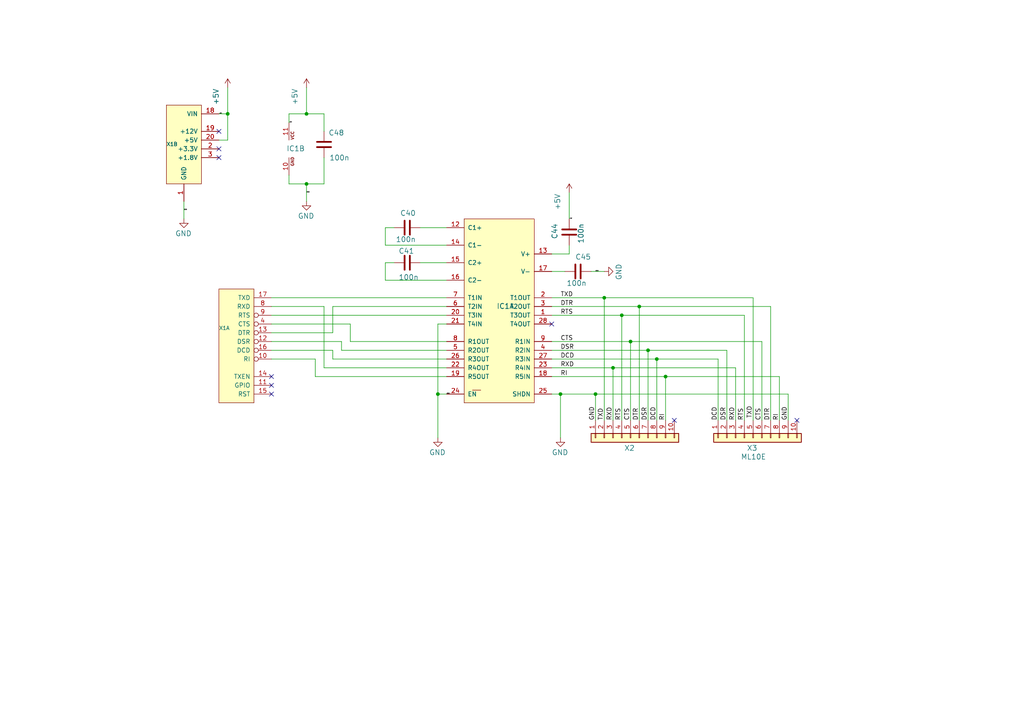
<source format=kicad_sch>
(kicad_sch (version 20250114) (generator "eeschema") (generator_version "9.0")
  (paper "A4")
  (title_block (date "2023-06-26"))
  (lib_symbols
    (symbol "AllSerial:AllSerial_Connector" (pin_names (offset 1.016))
      (property "Reference" "X" (at -5.08 19.05 0))
      (symbol "AllSerial_Connector_1_0"
        (pin output line (at 10.16 15.24 180) (length 5.08) (name "TXD") (number "17"))
        (pin input line (at 10.16 12.7 180) (length 5.08) (name "RXD") (number "8"))
        (pin output inverted (at 10.16 10.16 180) (length 5.08) (name "RTS") (number "9"))
        (pin input inverted (at 10.16 7.62 180) (length 5.08) (name "CTS") (number "4"))
        (pin output inverted (at 10.16 5.08 180) (length 5.08) (name "DTR") (number "13"))
        (pin input inverted (at 10.16 2.54 180) (length 5.08) (name "DSR") (number "12"))
        (pin input inverted (at 10.16 0 180) (length 5.08) (name "DCD") (number "16"))
        (pin input inverted (at 10.16 -2.54 180) (length 5.08) (name "RI") (number "10"))
        (pin output line (at 10.16 -7.62 180) (length 5.08) (name "TXEN") (number "14"))
        (pin bidirectional line (at 10.16 -10.16 180) (length 5.08) (name "GPIO") (number "11"))
        (pin bidirectional line (at 10.16 -12.7 180) (length 5.08) (name "RST") (number "15"))
      )
      (symbol "AllSerial_Connector_1_1"
        (rectangle (start -5.08 17.78) (end 5.08 -15.24) (fill (type background)))
      )
      (symbol "AllSerial_Connector_2_0"
        (pin bidirectional line (at 0 -10.16 90) (length 5.08) (name "GND") (number "1"))
        (pin bidirectional line (at 10.16 15.24 180) (length 5.08) (name "VIN") (number "18"))
        (pin bidirectional line (at 10.16 10.16 180) (length 5.08) (name "+12V") (number "19"))
        (pin bidirectional line (at 10.16 7.62 180) (length 5.08) (name "+5V") (number "20"))
        (pin bidirectional line (at 10.16 5.08 180) (length 5.08) (name "+3.3V") (number "2"))
        (pin bidirectional line (at 10.16 2.54 180) (length 5.08) (name "+1.8V") (number "3"))
      )
      (symbol "AllSerial_Connector_2_1"
        (rectangle (start -5.08 17.78) (end 5.08 -5.08) (fill (type background)))
      )
      (symbol "AllSerial_Connector_3_0"
        (pin bidirectional line (at 10.16 15.24 180) (length 5.08) (name "VUSB") (number "7"))
        (pin bidirectional line (at 10.16 12.7 180) (length 5.08) (name "D+") (number "6"))
        (pin bidirectional line (at 10.16 10.16 180) (length 5.08) (name "D-") (number "5"))
      )
      (symbol "AllSerial_Connector_3_1"
        (rectangle (start -5.08 17.78) (end 5.08 7.62) (fill (type background)))
      )
    )
    (symbol "AllSerial:MAX211ECWISSOP" (pin_names (offset 1.016))
      (property "Reference" "IC" (at -0.762 -0.762 0))
      (symbol "MAX211ECWISSOP_1_0"
        (polyline (pts (xy -10.16 25.4) (xy -10.16 -27.94)))
        (polyline (pts (xy -10.16 25.4) (xy 10.16 25.4)))
        (polyline (pts (xy -7.747 -24.257) (xy -5.334 -24.257)))
        (polyline (pts (xy 10.16 -27.94) (xy -10.16 -27.94)))
        (polyline (pts (xy 10.16 -27.94) (xy 10.16 25.4)))
        (pin passive line (at -15.24 22.86 0) (length 5.08) (name "C1+") (number "12"))
        (pin passive line (at -15.24 17.78 0) (length 5.08) (name "C1-") (number "14"))
        (pin passive line (at -15.24 12.7 0) (length 5.08) (name "C2+") (number "15"))
        (pin passive line (at -15.24 7.62 0) (length 5.08) (name "C2-") (number "16"))
        (pin input line (at -15.24 2.54 0) (length 5.08) (name "T1IN") (number "7"))
        (pin input line (at -15.24 0 0) (length 5.08) (name "T2IN") (number "6"))
        (pin input line (at -15.24 -2.54 0) (length 5.08) (name "T3IN") (number "20"))
        (pin input line (at -15.24 -5.08 0) (length 5.08) (name "T4IN") (number "21"))
        (pin output line (at -15.24 -10.16 0) (length 5.08) (name "R1OUT") (number "8"))
        (pin output line (at -15.24 -12.7 0) (length 5.08) (name "R2OUT") (number "5"))
        (pin output line (at -15.24 -15.24 0) (length 5.08) (name "R3OUT") (number "26"))
        (pin output line (at -15.24 -17.78 0) (length 5.08) (name "R4OUT") (number "22"))
        (pin output line (at -15.24 -20.32 0) (length 5.08) (name "R5OUT") (number "19"))
        (pin input line (at -15.24 -25.4 0) (length 5.08) (name "EN") (number "24"))
        (pin passive line (at 15.24 15.24 180) (length 5.08) (name "V+") (number "13"))
        (pin passive line (at 15.24 10.16 180) (length 5.08) (name "V-") (number "17"))
        (pin output line (at 15.24 2.54 180) (length 5.08) (name "T1OUT") (number "2"))
        (pin output line (at 15.24 0 180) (length 5.08) (name "T2OUT") (number "3"))
        (pin output line (at 15.24 -2.54 180) (length 5.08) (name "T3OUT") (number "1"))
        (pin output line (at 15.24 -5.08 180) (length 5.08) (name "T4OUT") (number "28"))
        (pin input line (at 15.24 -10.16 180) (length 5.08) (name "R1IN") (number "9"))
        (pin input line (at 15.24 -12.7 180) (length 5.08) (name "R2IN") (number "4"))
        (pin input line (at 15.24 -15.24 180) (length 5.08) (name "R3IN") (number "27"))
        (pin input line (at 15.24 -17.78 180) (length 5.08) (name "R4IN") (number "23"))
        (pin input line (at 15.24 -20.32 180) (length 5.08) (name "R5IN") (number "18"))
        (pin input line (at 15.24 -25.4 180) (length 5.08) (name "SHDN") (number "25"))
      )
      (symbol "MAX211ECWISSOP_2_0"
        (text "VCC" (at 1.524 2.54 900) (effects (font (size 0.8636 0.8636)) (justify left bottom)))
        (text "GND" (at 1.524 -5.08 900) (effects (font (size 0.8636 0.8636)) (justify left bottom)))
        (pin power_in line (at 0 7.62 270) (length 5.08) (name "VCC") (number "11"))
        (pin power_in line (at 0 -7.62 90) (length 5.08) (name "GND") (number "10"))
      )
    )
    (symbol "Connector_Generic:Conn_01x10" (pin_names (offset 1.016) (hide yes))
      (property "Reference" "J" (at 0 12.7 0))
      (property "Value" "Conn_01x10" (at 0 -15.24 0))
      (symbol "Conn_01x10_1_1"
        (rectangle (start -1.27 11.43) (end 1.27 -13.97) (stroke (width 0.254)) (fill (type background)))
        (rectangle (start -1.27 10.287) (end 0 10.033) (stroke (width 0.1524)))
        (rectangle (start -1.27 7.747) (end 0 7.493) (stroke (width 0.1524)))
        (rectangle (start -1.27 5.207) (end 0 4.953) (stroke (width 0.1524)))
        (rectangle (start -1.27 2.667) (end 0 2.413) (stroke (width 0.1524)))
        (rectangle (start -1.27 0.127) (end 0 -0.127) (stroke (width 0.1524)))
        (rectangle (start -1.27 -2.413) (end 0 -2.667) (stroke (width 0.1524)))
        (rectangle (start -1.27 -4.953) (end 0 -5.207) (stroke (width 0.1524)))
        (rectangle (start -1.27 -7.493) (end 0 -7.747) (stroke (width 0.1524)))
        (rectangle (start -1.27 -10.033) (end 0 -10.287) (stroke (width 0.1524)))
        (rectangle (start -1.27 -12.573) (end 0 -12.827) (stroke (width 0.1524)))
        (pin passive line (at -5.08 10.16 0) (length 3.81) (name "Pin_1") (number "1"))
        (pin passive line (at -5.08 7.62 0) (length 3.81) (name "Pin_2") (number "2"))
        (pin passive line (at -5.08 5.08 0) (length 3.81) (name "Pin_3") (number "3"))
        (pin passive line (at -5.08 2.54 0) (length 3.81) (name "Pin_4") (number "4"))
        (pin passive line (at -5.08 0 0) (length 3.81) (name "Pin_5") (number "5"))
        (pin passive line (at -5.08 -2.54 0) (length 3.81) (name "Pin_6") (number "6"))
        (pin passive line (at -5.08 -5.08 0) (length 3.81) (name "Pin_7") (number "7"))
        (pin passive line (at -5.08 -7.62 0) (length 3.81) (name "Pin_8") (number "8"))
        (pin passive line (at -5.08 -10.16 0) (length 3.81) (name "Pin_9") (number "9"))
        (pin passive line (at -5.08 -12.7 0) (length 3.81) (name "Pin_10") (number "10"))
      )
    )
    (symbol "Device:C" (pin_numbers (hide yes)) (pin_names (offset 0.254))
      (property "Reference" "C" (at 0.635 2.54 0))
      (property "Value" "C" (at 0.635 -2.54 0))
      (symbol "C_0_1"
        (polyline (pts (xy -2.032 0.762) (xy 2.032 0.762)) (stroke (width 0.508)))
        (polyline (pts (xy -2.032 -0.762) (xy 2.032 -0.762)) (stroke (width 0.508)))
      )
      (symbol "C_1_1"
        (pin passive line (at 0 3.81 270) (length 2.794) (name "~") (number "1"))
        (pin passive line (at 0 -3.81 90) (length 2.794) (name "~") (number "2"))
      )
    )
    (symbol "MAX211ECWISSOP_1" (pin_names (offset 1.016))
      (property "Reference" "IC" (at -0.762 -0.762 0))
      (symbol "MAX211ECWISSOP_1_0_1"
        (rectangle (start -10.16 25.4) (end 10.16 -27.94) (fill (type background)))
      )
      (symbol "MAX211ECWISSOP_1_1_0"
        (polyline (pts (xy -7.747 -24.257) (xy -5.334 -24.257)))
        (pin passive line (at -15.24 22.86 0) (length 5.08) (name "C1+") (number "12"))
        (pin passive line (at -15.24 17.78 0) (length 5.08) (name "C1-") (number "14"))
        (pin passive line (at -15.24 12.7 0) (length 5.08) (name "C2+") (number "15"))
        (pin passive line (at -15.24 7.62 0) (length 5.08) (name "C2-") (number "16"))
        (pin input line (at -15.24 2.54 0) (length 5.08) (name "T1IN") (number "7"))
        (pin input line (at -15.24 0 0) (length 5.08) (name "T2IN") (number "6"))
        (pin input line (at -15.24 -2.54 0) (length 5.08) (name "T3IN") (number "20"))
        (pin input line (at -15.24 -5.08 0) (length 5.08) (name "T4IN") (number "21"))
        (pin output line (at -15.24 -10.16 0) (length 5.08) (name "R1OUT") (number "8"))
        (pin output line (at -15.24 -12.7 0) (length 5.08) (name "R2OUT") (number "5"))
        (pin output line (at -15.24 -15.24 0) (length 5.08) (name "R3OUT") (number "26"))
        (pin output line (at -15.24 -17.78 0) (length 5.08) (name "R4OUT") (number "22"))
        (pin output line (at -15.24 -20.32 0) (length 5.08) (name "R5OUT") (number "19"))
        (pin input line (at -15.24 -25.4 0) (length 5.08) (name "EN") (number "24"))
        (pin passive line (at 15.24 15.24 180) (length 5.08) (name "V+") (number "13"))
        (pin passive line (at 15.24 10.16 180) (length 5.08) (name "V-") (number "17"))
        (pin output line (at 15.24 2.54 180) (length 5.08) (name "T1OUT") (number "2"))
        (pin output line (at 15.24 0 180) (length 5.08) (name "T2OUT") (number "3"))
        (pin output line (at 15.24 -2.54 180) (length 5.08) (name "T3OUT") (number "1"))
        (pin output line (at 15.24 -5.08 180) (length 5.08) (name "T4OUT") (number "28"))
        (pin input line (at 15.24 -10.16 180) (length 5.08) (name "R1IN") (number "9"))
        (pin input line (at 15.24 -12.7 180) (length 5.08) (name "R2IN") (number "4"))
        (pin input line (at 15.24 -15.24 180) (length 5.08) (name "R3IN") (number "27"))
        (pin input line (at 15.24 -17.78 180) (length 5.08) (name "R4IN") (number "23"))
        (pin input line (at 15.24 -20.32 180) (length 5.08) (name "R5IN") (number "18"))
        (pin input line (at 15.24 -25.4 180) (length 5.08) (name "SHDN") (number "25"))
      )
      (symbol "MAX211ECWISSOP_1_2_0"
        (text "VCC" (at 1.524 2.54 900) (effects (font (size 0.8636 0.8636)) (justify left bottom)))
        (text "GND" (at 1.524 -5.08 900) (effects (font (size 0.8636 0.8636)) (justify left bottom)))
        (pin power_in line (at 0 7.62 270) (length 5.08) (name "VCC") (number "11"))
        (pin power_in line (at 0 -7.62 90) (length 5.08) (name "GND") (number "10"))
      )
    )
    (symbol "power:+5V" (power) (pin_names (offset 0))
      (property "Value" "+5V" (at 0 3.556 0))
      (symbol "+5V_0_1"
        (polyline (pts (xy -0.762 1.27) (xy 0 2.54)))
        (polyline (pts (xy 0 2.54) (xy 0.762 1.27)))
        (polyline (pts (xy 0 0) (xy 0 2.54)))
      )
      (symbol "+5V_1_1"
        (pin power_in line (at 0 0 90) (length 0) (hide yes) (name "+5V") (number "1"))
      )
    )
    (symbol "power:GND" (power) (pin_names (offset 0))
      (property "Value" "GND" (at 0 -3.81 0))
      (symbol "GND_0_1"
        (polyline (pts (xy 0 0) (xy 0 -1.27) (xy 1.27 -1.27) (xy 0 -2.54) (xy -1.27 -1.27) (xy 0 -1.27)))
      )
      (symbol "GND_1_1"
        (pin power_in line (at 0 0 270) (length 0) (hide yes) (name "GND") (number "1"))
      )
    )
  )
  (junction (at 88.9 33.02))
  (junction (at 172.72 114.3))
  (junction (at 187.96 101.6))
  (junction (at 190.5 104.14))
  (junction (at 66.04 33.02))
  (junction (at 175.26 86.36))
  (junction (at 177.8 106.68))
  (junction (at 88.9 53.34))
  (junction (at 127 114.3))
  (junction (at 193.04 109.22))
  (junction (at 180.34 91.44))
  (junction (at 185.42 88.9))
  (junction (at 182.88 99.06))
  (junction (at 162.56 114.3))
  (no_connect (at 78.74 114.3))
  (no_connect (at 78.74 109.22))
  (no_connect (at 63.5 38.1))
  (no_connect (at 160.02 93.98))
  (no_connect (at 78.74 111.76))
  (no_connect (at 63.5 43.18))
  (no_connect (at 195.58 121.92))
  (no_connect (at 63.5 45.72))
  (no_connect (at 231.14 121.92))
  (wire (pts (xy 220.98 121.92) (xy 220.98 99.06)))
  (wire (pts (xy 182.88 99.06) (xy 160.02 99.06)))
  (wire (pts (xy 228.6 121.92) (xy 228.6 114.3)))
  (wire (pts (xy 129.54 76.2) (xy 121.92 76.2)))
  (wire (pts (xy 83.82 35.56) (xy 83.82 33.02)))
  (wire (pts (xy 180.34 121.92) (xy 180.34 91.44)))
  (wire (pts (xy 175.26 86.36) (xy 160.02 86.36)))
  (wire (pts (xy 160.02 73.66) (xy 165.1 73.66)))
  (wire (pts (xy 101.6 93.98) (xy 101.6 99.06)))
  (wire (pts (xy 78.74 99.06) (xy 99.06 99.06)))
  (wire (pts (xy 193.04 109.22) (xy 160.02 109.22)))
  (wire (pts (xy 127 93.98) (xy 127 114.3)))
  (wire (pts (xy 228.6 114.3) (xy 172.72 114.3)))
  (wire (pts (xy 111.76 66.04) (xy 114.3 66.04)))
  (wire (pts (xy 193.04 121.92) (xy 193.04 109.22)))
  (wire (pts (xy 218.44 86.36) (xy 175.26 86.36)))
  (wire (pts (xy 129.54 109.22) (xy 91.44 109.22)))
  (wire (pts (xy 88.9 53.34) (xy 93.98 53.34)))
  (wire (pts (xy 101.6 99.06) (xy 129.54 99.06)))
  (wire (pts (xy 93.98 38.1) (xy 93.98 33.02)))
  (wire (pts (xy 53.34 58.42) (xy 53.34 63.5)))
  (wire (pts (xy 208.28 121.92) (xy 208.28 104.14)))
  (wire (pts (xy 172.72 121.92) (xy 172.72 114.3)))
  (wire (pts (xy 93.98 53.34) (xy 93.98 45.72)))
  (wire (pts (xy 99.06 101.6) (xy 129.54 101.6)))
  (wire (pts (xy 177.8 121.92) (xy 177.8 106.68)))
  (wire (pts (xy 182.88 121.92) (xy 182.88 99.06)))
  (wire (pts (xy 129.54 71.12) (xy 111.76 71.12)))
  (wire (pts (xy 187.96 101.6) (xy 160.02 101.6)))
  (wire (pts (xy 63.5 40.64) (xy 66.04 40.64)))
  (wire (pts (xy 129.54 114.3) (xy 127 114.3)))
  (wire (pts (xy 129.54 66.04) (xy 121.92 66.04)))
  (wire (pts (xy 210.82 121.92) (xy 210.82 101.6)))
  (wire (pts (xy 226.06 121.92) (xy 226.06 109.22)))
  (wire (pts (xy 111.76 76.2) (xy 114.3 76.2)))
  (wire (pts (xy 111.76 76.2) (xy 111.76 81.28)))
  (wire (pts (xy 177.8 106.68) (xy 160.02 106.68)))
  (wire (pts (xy 111.76 71.12) (xy 111.76 66.04)))
  (wire (pts (xy 208.28 104.14) (xy 190.5 104.14)))
  (wire (pts (xy 175.26 121.92) (xy 175.26 86.36)))
  (wire (pts (xy 83.82 53.34) (xy 83.82 50.8)))
  (wire (pts (xy 213.36 106.68) (xy 177.8 106.68)))
  (wire (pts (xy 99.06 99.06) (xy 99.06 101.6)))
  (wire (pts (xy 78.74 93.98) (xy 101.6 93.98)))
  (wire (pts (xy 218.44 121.92) (xy 218.44 86.36)))
  (wire (pts (xy 88.9 53.34) (xy 83.82 53.34)))
  (wire (pts (xy 78.74 86.36) (xy 129.54 86.36)))
  (wire (pts (xy 187.96 121.92) (xy 187.96 101.6)))
  (wire (pts (xy 63.5 33.02) (xy 66.04 33.02)))
  (wire (pts (xy 93.98 106.68) (xy 93.98 88.9)))
  (wire (pts (xy 160.02 78.74) (xy 163.83 78.74)))
  (wire (pts (xy 210.82 101.6) (xy 187.96 101.6)))
  (wire (pts (xy 96.52 96.52) (xy 96.52 88.9)))
  (wire (pts (xy 190.5 104.14) (xy 160.02 104.14)))
  (wire (pts (xy 66.04 40.64) (xy 66.04 33.02)))
  (wire (pts (xy 129.54 106.68) (xy 93.98 106.68)))
  (wire (pts (xy 220.98 99.06) (xy 182.88 99.06)))
  (wire (pts (xy 93.98 33.02) (xy 88.9 33.02)))
  (wire (pts (xy 129.54 81.28) (xy 111.76 81.28)))
  (wire (pts (xy 91.44 104.14) (xy 78.74 104.14)))
  (wire (pts (xy 172.72 114.3) (xy 162.56 114.3)))
  (wire (pts (xy 127 114.3) (xy 127 127)))
  (wire (pts (xy 190.5 121.92) (xy 190.5 104.14)))
  (wire (pts (xy 78.74 96.52) (xy 96.52 96.52)))
  (wire (pts (xy 160.02 114.3) (xy 162.56 114.3)))
  (wire (pts (xy 162.56 114.3) (xy 162.56 127)))
  (wire (pts (xy 96.52 101.6) (xy 78.74 101.6)))
  (wire (pts (xy 171.45 78.74) (xy 175.26 78.74)))
  (wire (pts (xy 185.42 121.92) (xy 185.42 88.9)))
  (wire (pts (xy 223.52 121.92) (xy 223.52 88.9)))
  (wire (pts (xy 96.52 104.14) (xy 96.52 101.6)))
  (wire (pts (xy 215.9 91.44) (xy 180.34 91.44)))
  (wire (pts (xy 165.1 73.66) (xy 165.1 71.12)))
  (wire (pts (xy 96.52 88.9) (xy 129.54 88.9)))
  (wire (pts (xy 160.02 88.9) (xy 185.42 88.9)))
  (wire (pts (xy 93.98 88.9) (xy 78.74 88.9)))
  (wire (pts (xy 160.02 91.44) (xy 180.34 91.44)))
  (wire (pts (xy 88.9 25.4) (xy 88.9 33.02)))
  (wire (pts (xy 83.82 33.02) (xy 88.9 33.02)))
  (wire (pts (xy 165.1 55.88) (xy 165.1 63.5)))
  (wire (pts (xy 129.54 104.14) (xy 96.52 104.14)))
  (wire (pts (xy 88.9 53.34) (xy 88.9 58.42)))
  (wire (pts (xy 129.54 93.98) (xy 127 93.98)))
  (wire (pts (xy 66.04 25.4) (xy 66.04 33.02)))
  (wire (pts (xy 91.44 109.22) (xy 91.44 104.14)))
  (wire (pts (xy 223.52 88.9) (xy 185.42 88.9)))
  (wire (pts (xy 213.36 121.92) (xy 213.36 106.68)))
  (wire (pts (xy 226.06 109.22) (xy 193.04 109.22)))
  (wire (pts (xy 215.9 121.92) (xy 215.9 91.44)))
  (wire (pts (xy 78.74 91.44) (xy 129.54 91.44)))
  (label "RTS" (at 162.56 91.44 0))
  (label "DCD" (at 162.56 104.14 0))
  (label "+5V" (at 165.1 63.5 0) (effects (font (size 0.254 0.254))))
  (label "DCD" (at 190.5 121.92 90))
  (label "DSR" (at 162.56 101.6 0))
  (label "RI" (at 193.04 121.92 90))
  (label "DSR" (at 210.82 121.92 90))
  (label "CTS" (at 162.56 99.06 0))
  (label "RXD" (at 213.36 121.92 90))
  (label "RXD" (at 162.56 106.68 0))
  (label "TXD" (at 218.44 121.285 90))
  (label "GND" (at 53.34 60.96 0) (effects (font (size 0.254 0.254))))
  (label "CTS" (at 220.98 121.92 90))
  (label "TXD" (at 162.56 86.36 0))
  (label "RXD" (at 177.8 121.92 90))
  (label "DTR" (at 185.42 121.92 90))
  (label "DTR" (at 162.56 88.9 0))
  (label "CTS" (at 182.88 121.92 90))
  (label "TXD" (at 175.26 121.92 90))
  (label "RI" (at 226.06 121.92 90))
  (label "GND" (at 228.6 121.92 90))
  (label "GND" (at 172.72 121.92 90))
  (label "RI" (at 162.56 109.22 0))
  (label "GND" (at 88.9 55.88 0) (effects (font (size 0.254 0.254))))
  (label "GND" (at 172.72 78.74 0) (effects (font (size 0.254 0.254))))
  (label "RTS" (at 180.34 121.92 90))
  (label "DCD" (at 208.28 121.92 90))
  (label "DTR" (at 223.52 121.92 90))
  (label "RTS" (at 215.9 121.92 90))
  (label "+5V" (at 63.5 33.02 0) (effects (font (size 0.254 0.254))))
  (label "+5V" (at 83.82 35.56 0) (effects (font (size 0.254 0.254))))
  (label "GND" (at 129.54 114.3 0) (effects (font (size 0.254 0.254))))
  (label "DSR" (at 187.96 121.92 90))
  (symbol (lib_id "power:GND") (at 175.26 78.74 90) (unit 1)
    (property "Reference" "#GND04" (effects (hide yes)))
    (property "Value" "GND" (at 180.34 81.28 0) (effects (font (size 1.4986 1.4986)) (justify left bottom)))
  )
  (symbol (lib_id "power:GND") (at 162.56 127 0) (unit 1)
    (property "Reference" "#GND03" (effects (hide yes)))
    (property "Value" "GND" (at 160.02 132.08 0) (effects (font (size 1.4986 1.4986)) (justify left bottom)))
  )
  (symbol (lib_id "power:GND") (at 127 127 0) (unit 1)
    (property "Reference" "#GND02" (effects (hide yes)))
    (property "Value" "GND" (at 124.46 132.08 0) (effects (font (size 1.4986 1.4986)) (justify left bottom)))
  )
  (symbol (lib_id "power:+5V") (at 66.04 25.4 0) (unit 1)
    (property "Reference" "#P+03" (effects (hide yes)))
    (property "Value" "+5V" (at 63.5 30.48 90) (effects (font (size 1.4986 1.4986)) (justify left bottom)))
  )
  (symbol (lib_id "Device:C") (at 93.98 41.91 0) (unit 1)
    (property "Reference" "C48" (at 95.25 39.37 0) (effects (font (size 1.4986 1.4986)) (justify left bottom)))
    (property "Value" "100n" (at 95.504 46.609 0) (effects (font (size 1.4986 1.4986)) (justify left bottom)))
    (property "Footprint" "Capacitor_SMD:C_0805_2012Metric" (effects (hide yes)))
    (property "OC_REICHELT" "X7R-G0805 100N" (effects (hide yes)))
  )
  (symbol (lib_id "power:GND") (at 88.9 58.42 0) (unit 1)
    (property "Reference" "#GND05" (effects (hide yes)))
    (property "Value" "GND" (at 86.36 63.5 0) (effects (font (size 1.4986 1.4986)) (justify left bottom)))
  )
  (symbol (lib_id "power:+5V") (at 88.9 25.4 0) (unit 1)
    (property "Reference" "#P+02" (effects (hide yes)))
    (property "Value" "+5V" (at 86.36 30.48 90) (effects (font (size 1.4986 1.4986)) (justify left bottom)))
  )
  (symbol (lib_id "power:+5V") (at 165.1 55.88 0) (unit 1)
    (property "Reference" "#P+01" (effects (hide yes)))
    (property "Value" "+5V" (at 162.56 60.96 90) (effects (font (size 1.4986 1.4986)) (justify left bottom)))
  )
  (symbol (lib_id "AllSerial:MAX211ECWISSOP") (at 83.82 43.18 0) (unit 2)
    (property "Reference" "IC1" (at 83.058 43.942 0) (effects (font (size 1.4986 1.4986)) (justify left bottom)))
    (property "Value" "MAX211CDB" (effects (hide yes)))
    (property "Footprint" "Package_SO:SSOP-28_5.3x10.2mm_P0.65mm" (effects (hide yes)))
  )
  (symbol (lib_name "MAX211ECWISSOP_1") (lib_id "AllSerial:MAX211ECWISSOP") (at 144.78 88.9 0) (unit 1)
    (property "Reference" "IC1" (at 144.018 89.662 0) (effects (font (size 1.4986 1.4986)) (justify left bottom)))
    (property "Value" "MAX211CDB" (effects (hide yes)))
    (property "Footprint" "Package_SO:SSOP-28_5.3x10.2mm_P0.65mm" (effects (hide yes)))
  )
  (symbol (lib_id "Device:C") (at 165.1 67.31 180) (unit 1)
    (property "Reference" "C44" (at 160.02 64.77 90) (effects (font (size 1.4986 1.4986)) (justify left bottom)))
    (property "Value" "100n" (at 167.64 64.77 90) (effects (font (size 1.4986 1.4986)) (justify left bottom)))
    (property "Footprint" "Capacitor_SMD:C_0805_2012Metric" (effects (hide yes)))
    (property "OC_REICHELT" "X7R-G0805 100N" (effects (hide yes)))
  )
  (symbol (lib_id "AllSerial:AllSerial_Connector") (at 68.58 101.6 0) (unit 1)
    (property "Reference" "X1" (at 63.5 95.758 0) (effects (font (size 1.0668 1.0668)) (justify left bottom)))
    (property "Value" "ALLSERIALSLAVE" (effects (hide yes)))
    (property "Footprint" "AllSerial:SlaveBoard" (effects (hide yes)))
  )
  (symbol (lib_id "AllSerial:AllSerial_Connector") (at 53.34 48.26 0) (unit 2)
    (property "Reference" "X1" (at 48.26 42.418 0) (effects (font (size 1.0668 1.0668)) (justify left bottom)))
    (property "Value" "ALLSERIALSLAVE" (effects (hide yes)))
    (property "Footprint" "AllSerial:SlaveBoard" (effects (hide yes)))
  )
  (symbol (lib_id "power:GND") (at 53.34 63.5 0) (unit 1)
    (property "Reference" "#GND01" (effects (hide yes)))
    (property "Value" "GND" (at 50.8 68.58 0) (effects (font (size 1.4986 1.4986)) (justify left bottom)))
  )
  (symbol (lib_id "Device:C") (at 118.11 66.04 90) (unit 1)
    (property "Reference" "C40" (at 120.65 60.96 90) (effects (font (size 1.4986 1.4986)) (justify left bottom)))
    (property "Value" "100n" (at 120.65 68.58 90) (effects (font (size 1.4986 1.4986)) (justify left bottom)))
    (property "Footprint" "Capacitor_SMD:C_0805_2012Metric" (effects (hide yes)))
    (property "OC_REICHELT" "X7R-G0805 100N" (effects (hide yes)))
  )
  (symbol (lib_id "Connector_Generic:Conn_01x10") (at 218.44 127 90) (mirror x) (unit 1)
    (property "Reference" "X3" (at 219.71 130.81 90) (effects (font (size 1.4986 1.4986)) (justify left bottom)))
    (property "Value" "ML10E" (at 222.25 133.35 90) (effects (font (size 1.4986 1.4986)) (justify left bottom)))
    (property "Footprint" "Connector_IDC:IDC-Header_2x05_P2.54mm_Vertical" (effects (hide yes)))
  )
  (symbol (lib_id "Device:C") (at 118.11 76.2 270) (unit 1)
    (property "Reference" "C41" (at 115.57 73.66 90) (effects (font (size 1.4986 1.4986)) (justify left bottom)))
    (property "Value" "100n" (at 115.57 81.28 90) (effects (font (size 1.4986 1.4986)) (justify left bottom)))
    (property "Footprint" "Capacitor_SMD:C_0805_2012Metric" (effects (hide yes)))
    (property "OC_REICHELT" "X7R-G0805 100N" (effects (hide yes)))
  )
  (symbol (lib_id "Connector_Generic:Conn_01x10") (at 182.88 127 90) (mirror x) (unit 1)
    (property "Reference" "X2" (at 184.15 130.81 90) (effects (font (size 1.4986 1.4986)) (justify left bottom)))
    (property "Value" "AKL18X-10W" (effects (hide yes)))
    (property "Footprint" "AllSerial:Metz_PT11310HBBN_182" (effects (hide yes)))
  )
  (symbol (lib_id "Device:C") (at 167.64 78.74 90) (unit 1)
    (property "Reference" "C45" (at 171.45 73.66 90) (effects (font (size 1.4986 1.4986)) (justify left bottom)))
    (property "Value" "100n" (at 170.18 81.28 90) (effects (font (size 1.4986 1.4986)) (justify left bottom)))
    (property "Footprint" "Capacitor_SMD:C_0805_2012Metric" (effects (hide yes)))
    (property "OC_REICHELT" "X7R-G0805 100N" (effects (hide yes)))
  )
)
</source>
